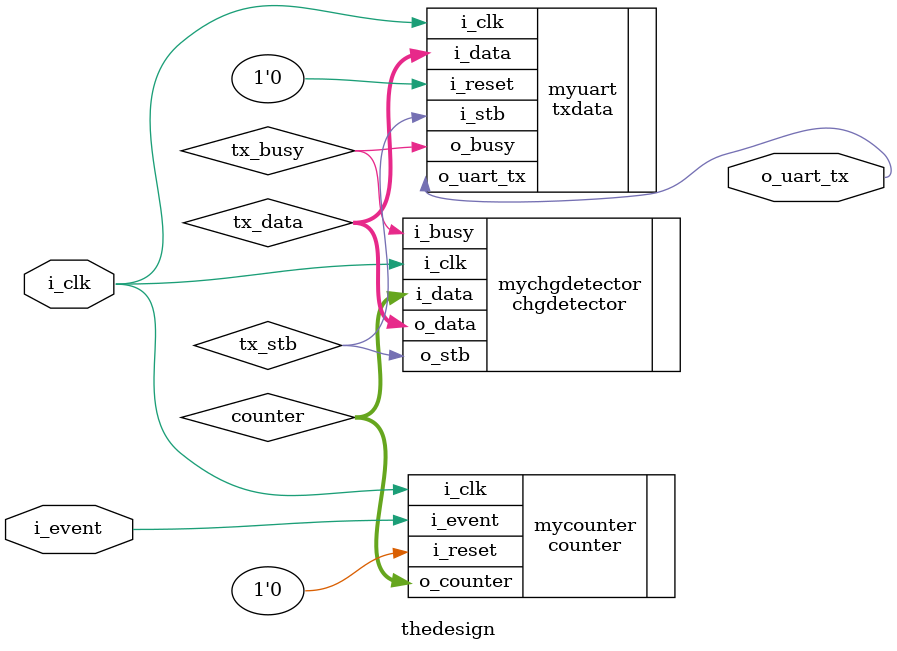
<source format=v>

`default_nettype none

module thedesign(
    input wire i_clk,
    input wire i_event,
`ifdef VERILATOR
    output wire [31:0] o_setup,
`endif
    output wire o_uart_tx
);
    wire tx_stb, tx_busy;
    wire [31:0] counter, tx_data;

    parameter CLOCK_RATE_HZ = 16_000_000;
    parameter BAUD_RATE = 115200;
    parameter UART_SETUP = CLOCK_RATE_HZ / BAUD_RATE;

`ifdef VERILATOR
    assign o_setup = UART_SETUP;
`endif

    counter mycounter(
        .i_clk(i_clk),
        .i_event(i_event),
        .i_reset(1'b0),
        .o_counter(counter)
    );

    chgdetector mychgdetector(
        .i_clk(i_clk),
        .i_data(counter),
        .i_busy(tx_busy),
        .o_stb(tx_stb),
        .o_data(tx_data)
    );

    txdata #(
        .UART_SETUP(UART_SETUP[23:0])
    ) myuart (
        .i_clk(i_clk),
        .i_stb(tx_stb),
        .i_data(tx_data),
        .i_reset(1'b0),
        .o_busy(tx_busy),
        .o_uart_tx(o_uart_tx)
    );
endmodule
</source>
